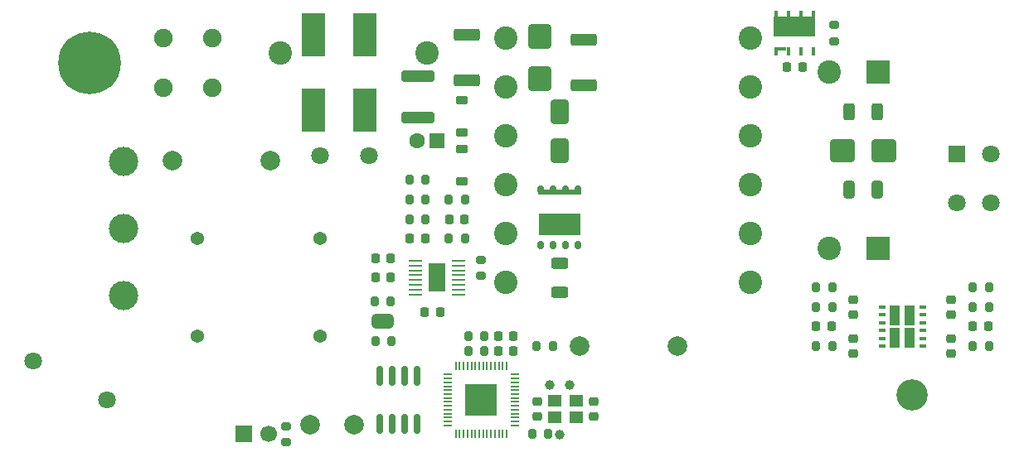
<source format=gbr>
%TF.GenerationSoftware,KiCad,Pcbnew,9.0.0-9.0.0-2~ubuntu24.04.1*%
%TF.CreationDate,2025-04-10T13:45:38-04:00*%
%TF.ProjectId,PSU,5053552e-6b69-4636-9164-5f7063625858,0*%
%TF.SameCoordinates,Original*%
%TF.FileFunction,Soldermask,Bot*%
%TF.FilePolarity,Negative*%
%FSLAX46Y46*%
G04 Gerber Fmt 4.6, Leading zero omitted, Abs format (unit mm)*
G04 Created by KiCad (PCBNEW 9.0.0-9.0.0-2~ubuntu24.04.1) date 2025-04-10 13:45:38*
%MOMM*%
%LPD*%
G01*
G04 APERTURE LIST*
G04 Aperture macros list*
%AMRoundRect*
0 Rectangle with rounded corners*
0 $1 Rounding radius*
0 $2 $3 $4 $5 $6 $7 $8 $9 X,Y pos of 4 corners*
0 Add a 4 corners polygon primitive as box body*
4,1,4,$2,$3,$4,$5,$6,$7,$8,$9,$2,$3,0*
0 Add four circle primitives for the rounded corners*
1,1,$1+$1,$2,$3*
1,1,$1+$1,$4,$5*
1,1,$1+$1,$6,$7*
1,1,$1+$1,$8,$9*
0 Add four rect primitives between the rounded corners*
20,1,$1+$1,$2,$3,$4,$5,0*
20,1,$1+$1,$4,$5,$6,$7,0*
20,1,$1+$1,$6,$7,$8,$9,0*
20,1,$1+$1,$8,$9,$2,$3,0*%
%AMFreePoly0*
4,1,23,0.500000,-0.750000,0.000000,-0.750000,0.000000,-0.745722,-0.065263,-0.745722,-0.191342,-0.711940,-0.304381,-0.646677,-0.396677,-0.554381,-0.461940,-0.441342,-0.495722,-0.315263,-0.495722,-0.250000,-0.500000,-0.250000,-0.500000,0.250000,-0.495722,0.250000,-0.495722,0.315263,-0.461940,0.441342,-0.396677,0.554381,-0.304381,0.646677,-0.191342,0.711940,-0.065263,0.745722,0.000000,0.745722,
0.000000,0.750000,0.500000,0.750000,0.500000,-0.750000,0.500000,-0.750000,$1*%
%AMFreePoly1*
4,1,23,0.000000,0.745722,0.065263,0.745722,0.191342,0.711940,0.304381,0.646677,0.396677,0.554381,0.461940,0.441342,0.495722,0.315263,0.495722,0.250000,0.500000,0.250000,0.500000,-0.250000,0.495722,-0.250000,0.495722,-0.315263,0.461940,-0.441342,0.396677,-0.554381,0.304381,-0.646677,0.191342,-0.711940,0.065263,-0.745722,0.000000,-0.745722,0.000000,-0.750000,-0.500000,-0.750000,
-0.500000,0.750000,0.000000,0.750000,0.000000,0.745722,0.000000,0.745722,$1*%
G04 Aperture macros list end*
%ADD10R,2.400000X2.400000*%
%ADD11C,2.400000*%
%ADD12RoundRect,0.225000X0.250000X-0.225000X0.250000X0.225000X-0.250000X0.225000X-0.250000X-0.225000X0*%
%ADD13C,2.000000*%
%ADD14R,1.700000X1.700000*%
%ADD15C,1.700000*%
%ADD16C,1.371600*%
%ADD17RoundRect,0.225000X-0.225000X-0.250000X0.225000X-0.250000X0.225000X0.250000X-0.225000X0.250000X0*%
%ADD18RoundRect,0.250000X-0.650000X1.000000X-0.650000X-1.000000X0.650000X-1.000000X0.650000X1.000000X0*%
%ADD19RoundRect,0.225000X-0.375000X0.225000X-0.375000X-0.225000X0.375000X-0.225000X0.375000X0.225000X0*%
%ADD20RoundRect,0.250000X-0.625000X0.312500X-0.625000X-0.312500X0.625000X-0.312500X0.625000X0.312500X0*%
%ADD21RoundRect,0.200000X-0.200000X-0.275000X0.200000X-0.275000X0.200000X0.275000X-0.200000X0.275000X0*%
%ADD22RoundRect,0.250000X-1.450000X0.312500X-1.450000X-0.312500X1.450000X-0.312500X1.450000X0.312500X0*%
%ADD23RoundRect,0.150000X-0.150000X0.825000X-0.150000X-0.825000X0.150000X-0.825000X0.150000X0.825000X0*%
%ADD24RoundRect,0.225000X0.225000X0.250000X-0.225000X0.250000X-0.225000X-0.250000X0.225000X-0.250000X0*%
%ADD25R,2.400000X4.400000*%
%ADD26RoundRect,0.250000X0.325000X0.650000X-0.325000X0.650000X-0.325000X-0.650000X0.325000X-0.650000X0*%
%ADD27RoundRect,0.250000X0.312500X0.625000X-0.312500X0.625000X-0.312500X-0.625000X0.312500X-0.625000X0*%
%ADD28RoundRect,0.200000X0.200000X0.275000X-0.200000X0.275000X-0.200000X-0.275000X0.200000X-0.275000X0*%
%ADD29RoundRect,0.050000X-0.050000X0.387500X-0.050000X-0.387500X0.050000X-0.387500X0.050000X0.387500X0*%
%ADD30RoundRect,0.050000X-0.387500X0.050000X-0.387500X-0.050000X0.387500X-0.050000X0.387500X0.050000X0*%
%ADD31R,3.200000X3.200000*%
%ADD32RoundRect,0.200000X0.275000X-0.200000X0.275000X0.200000X-0.275000X0.200000X-0.275000X-0.200000X0*%
%ADD33RoundRect,0.250000X-1.075000X0.362500X-1.075000X-0.362500X1.075000X-0.362500X1.075000X0.362500X0*%
%ADD34R,1.333500X0.279400*%
%ADD35R,1.752600X2.946400*%
%ADD36RoundRect,0.250000X1.000000X0.900000X-1.000000X0.900000X-1.000000X-0.900000X1.000000X-0.900000X0*%
%ADD37R,0.457200X0.889000*%
%ADD38R,0.812800X0.339000*%
%ADD39R,4.267200X2.143998*%
%ADD40RoundRect,0.225000X0.375000X-0.225000X0.375000X0.225000X-0.375000X0.225000X-0.375000X-0.225000X0*%
%ADD41R,1.400000X1.200000*%
%ADD42FreePoly0,180.000000*%
%ADD43FreePoly1,180.000000*%
%ADD44RoundRect,0.152500X0.152500X-0.262500X0.152500X0.262500X-0.152500X0.262500X-0.152500X-0.262500X0*%
%ADD45R,4.420000X0.540000*%
%ADD46R,4.300000X2.200000*%
%ADD47RoundRect,0.250000X0.900000X-1.000000X0.900000X1.000000X-0.900000X1.000000X-0.900000X-1.000000X0*%
%ADD48RoundRect,0.200000X-0.275000X0.200000X-0.275000X-0.200000X0.275000X-0.200000X0.275000X0.200000X0*%
%ADD49C,1.800000*%
%ADD50R,0.650000X0.400000*%
%ADD51R,1.000000X2.100000*%
%ADD52RoundRect,0.225000X-0.250000X0.225000X-0.250000X-0.225000X0.250000X-0.225000X0.250000X0.225000X0*%
%ADD53RoundRect,0.218750X-0.256250X0.218750X-0.256250X-0.218750X0.256250X-0.218750X0.256250X0.218750X0*%
%ADD54RoundRect,0.218750X0.256250X-0.218750X0.256250X0.218750X-0.256250X0.218750X-0.256250X-0.218750X0*%
%ADD55C,3.200000*%
%ADD56C,6.400000*%
%ADD57R,1.600000X1.600000*%
%ADD58C,1.600000*%
%ADD59C,0.990600*%
%ADD60RoundRect,0.218750X-0.218750X-0.256250X0.218750X-0.256250X0.218750X0.256250X-0.218750X0.256250X0*%
%ADD61C,3.000000*%
%ADD62RoundRect,0.218750X0.218750X0.256250X-0.218750X0.256250X-0.218750X-0.256250X0.218750X-0.256250X0*%
%ADD63C,1.905000*%
%ADD64R,1.800000X1.800000*%
G04 APERTURE END LIST*
%TO.C,JP2*%
G36*
X135071168Y-115686498D02*
G01*
X134771168Y-115686498D01*
X134771168Y-117186498D01*
X135071168Y-117186498D01*
X135071168Y-115686498D01*
G37*
%TD*%
D10*
%TO.C,C11*%
X185500000Y-109000000D03*
D11*
X180500000Y-109000000D03*
%TD*%
D12*
%TO.C,C35*%
X156488368Y-126223838D03*
X156488368Y-124673838D03*
%TD*%
D13*
%TO.C,C1*%
X113500000Y-100000000D03*
X123500000Y-100000000D03*
%TD*%
D14*
%TO.C,J4*%
X120725000Y-128000000D03*
D15*
X123265000Y-128000000D03*
%TD*%
D16*
%TO.C,FL1*%
X128500000Y-118000000D03*
X116000000Y-118000000D03*
X116000000Y-108000000D03*
X128500000Y-108000000D03*
%TD*%
D17*
%TO.C,C21*%
X141725000Y-106000000D03*
X143275000Y-106000000D03*
%TD*%
D18*
%TO.C,D4*%
X153000000Y-95000000D03*
X153000000Y-99000000D03*
%TD*%
D17*
%TO.C,C9*%
X137725000Y-108000000D03*
X139275000Y-108000000D03*
%TD*%
D19*
%TO.C,D5*%
X143000000Y-98850000D03*
X143000000Y-102150000D03*
%TD*%
D20*
%TO.C,R8*%
X153000000Y-110537500D03*
X153000000Y-113462500D03*
%TD*%
D21*
%TO.C,R12*%
X195175000Y-113000000D03*
X196825000Y-113000000D03*
%TD*%
D22*
%TO.C,R10*%
X138500000Y-91362500D03*
X138500000Y-95637500D03*
%TD*%
D23*
%TO.C,U9*%
X134595000Y-122025000D03*
X135865000Y-122025000D03*
X137135000Y-122025000D03*
X138405000Y-122025000D03*
X138405000Y-126975000D03*
X137135000Y-126975000D03*
X135865000Y-126975000D03*
X134595000Y-126975000D03*
%TD*%
D21*
%TO.C,R5*%
X141675000Y-104000000D03*
X143325000Y-104000000D03*
%TD*%
D24*
%TO.C,C6*%
X135775000Y-110000000D03*
X134225000Y-110000000D03*
%TD*%
D25*
%TO.C,D1*%
X133100000Y-87150000D03*
X133100000Y-94850000D03*
X127900000Y-94850000D03*
X127900000Y-87150000D03*
%TD*%
D17*
%TO.C,C36*%
X146725000Y-119500000D03*
X148275000Y-119500000D03*
%TD*%
D26*
%TO.C,C23*%
X185475000Y-103000000D03*
X182525000Y-103000000D03*
%TD*%
D21*
%TO.C,R28*%
X150675000Y-119000000D03*
X152325000Y-119000000D03*
%TD*%
D27*
%TO.C,R27*%
X185462500Y-95000000D03*
X182537500Y-95000000D03*
%TD*%
D10*
%TO.C,C10*%
X185500000Y-91000000D03*
D11*
X180500000Y-91000000D03*
%TD*%
%TO.C,T1*%
X147500000Y-87500000D03*
X147500000Y-92500000D03*
X147500000Y-97500000D03*
X147500000Y-102500000D03*
X147500000Y-107500000D03*
X147500000Y-112500000D03*
X172500000Y-112500000D03*
X172500000Y-107500000D03*
X172500000Y-102500000D03*
X172500000Y-97500000D03*
X172500000Y-92500000D03*
X172500000Y-87500000D03*
%TD*%
D28*
%TO.C,R9*%
X180825000Y-119000000D03*
X179175000Y-119000000D03*
%TD*%
D29*
%TO.C,U7*%
X142400000Y-121062500D03*
X142800001Y-121062500D03*
X143200000Y-121062500D03*
X143600000Y-121062500D03*
X144000000Y-121062500D03*
X144399999Y-121062500D03*
X144800000Y-121062500D03*
X145200000Y-121062500D03*
X145600001Y-121062500D03*
X146000000Y-121062500D03*
X146400000Y-121062500D03*
X146800000Y-121062500D03*
X147199999Y-121062500D03*
X147600000Y-121062500D03*
D30*
X148437500Y-121900000D03*
X148437500Y-122300001D03*
X148437500Y-122700000D03*
X148437500Y-123100000D03*
X148437500Y-123500000D03*
X148437500Y-123899999D03*
X148437500Y-124300000D03*
X148437500Y-124700000D03*
X148437500Y-125100001D03*
X148437500Y-125500000D03*
X148437500Y-125900000D03*
X148437500Y-126300000D03*
X148437500Y-126699999D03*
X148437500Y-127100000D03*
D29*
X147600000Y-127937500D03*
X147199999Y-127937500D03*
X146800000Y-127937500D03*
X146400000Y-127937500D03*
X146000000Y-127937500D03*
X145600001Y-127937500D03*
X145200000Y-127937500D03*
X144800000Y-127937500D03*
X144399999Y-127937500D03*
X144000000Y-127937500D03*
X143600000Y-127937500D03*
X143200000Y-127937500D03*
X142800001Y-127937500D03*
X142400000Y-127937500D03*
D30*
X141562500Y-127100000D03*
X141562500Y-126699999D03*
X141562500Y-126300000D03*
X141562500Y-125900000D03*
X141562500Y-125500000D03*
X141562500Y-125100001D03*
X141562500Y-124700000D03*
X141562500Y-124300000D03*
X141562500Y-123899999D03*
X141562500Y-123500000D03*
X141562500Y-123100000D03*
X141562500Y-122700000D03*
X141562500Y-122300001D03*
X141562500Y-121900000D03*
D31*
X145000000Y-124500000D03*
%TD*%
D28*
%TO.C,R23*%
X139325000Y-102000000D03*
X137675000Y-102000000D03*
%TD*%
D32*
%TO.C,R25*%
X145000000Y-111825000D03*
X145000000Y-110175000D03*
%TD*%
D33*
%TO.C,R32*%
X155500000Y-87687500D03*
X155500000Y-92312500D03*
%TD*%
D34*
%TO.C,U1*%
X138283850Y-113751330D03*
X138283850Y-113250950D03*
X138283850Y-112750570D03*
X138283850Y-112250190D03*
X138283850Y-111749810D03*
X138283850Y-111249430D03*
X138283850Y-110749050D03*
X138283850Y-110248670D03*
X142716150Y-110248670D03*
X142716150Y-110749050D03*
X142716150Y-111249430D03*
X142716150Y-111749810D03*
X142716150Y-112250190D03*
X142716150Y-112750570D03*
X142716150Y-113250950D03*
X142716150Y-113751330D03*
D35*
X140500000Y-112000000D03*
%TD*%
D36*
%TO.C,D9*%
X186150000Y-99000000D03*
X181850000Y-99000000D03*
%TD*%
D21*
%TO.C,R36*%
X143675000Y-119500000D03*
X145325000Y-119500000D03*
%TD*%
%TO.C,R37*%
X143675000Y-118000000D03*
X145325000Y-118000000D03*
%TD*%
D17*
%TO.C,C37*%
X146725000Y-118000000D03*
X148275000Y-118000000D03*
%TD*%
%TO.C,C8*%
X139225000Y-115500000D03*
X140775000Y-115500000D03*
%TD*%
D21*
%TO.C,R18*%
X134096168Y-114436498D03*
X135746168Y-114436498D03*
%TD*%
D13*
%TO.C,TP2*%
X132000000Y-127000000D03*
%TD*%
D33*
%TO.C,R1*%
X143500000Y-87187500D03*
X143500000Y-91812500D03*
%TD*%
D37*
%TO.C,U2*%
X178905000Y-88849999D03*
X177635000Y-88849999D03*
X176365000Y-88849999D03*
D38*
X175730000Y-88570000D03*
D37*
X175095000Y-88849999D03*
X175095000Y-85150001D03*
X176365000Y-85150001D03*
X177635000Y-85150001D03*
D39*
X177000000Y-86327502D03*
D37*
X178905000Y-85150001D03*
%TD*%
D21*
%TO.C,R3*%
X141675000Y-108000000D03*
X143325000Y-108000000D03*
%TD*%
%TO.C,R4*%
X137675000Y-106000000D03*
X139325000Y-106000000D03*
%TD*%
D40*
%TO.C,D8*%
X143000000Y-97150000D03*
X143000000Y-93850000D03*
%TD*%
D41*
%TO.C,Y1*%
X152500000Y-124598838D03*
X154700000Y-124598838D03*
X154700000Y-126298838D03*
X152500000Y-126298838D03*
%TD*%
D42*
%TO.C,JP2*%
X135571168Y-116436498D03*
D43*
X134271168Y-116436498D03*
%TD*%
D17*
%TO.C,C4*%
X176225000Y-90500000D03*
X177775000Y-90500000D03*
%TD*%
D28*
%TO.C,R29*%
X151825000Y-128000000D03*
X150175000Y-128000000D03*
%TD*%
D24*
%TO.C,C7*%
X135775000Y-112000000D03*
X134225000Y-112000000D03*
%TD*%
D44*
%TO.C,Q1*%
X154905000Y-108690000D03*
X153640000Y-108690000D03*
X152370000Y-108690000D03*
X151100000Y-108690000D03*
X151095000Y-103010000D03*
X152365000Y-103010000D03*
X153635000Y-103010000D03*
D45*
X153000000Y-103280000D03*
D44*
X154905000Y-103010000D03*
D46*
X153000000Y-106550000D03*
%TD*%
D28*
%TO.C,R6*%
X180825000Y-113000000D03*
X179175000Y-113000000D03*
%TD*%
D13*
%TO.C,TP1*%
X127500000Y-127000000D03*
%TD*%
D21*
%TO.C,R26*%
X134175000Y-118500000D03*
X135825000Y-118500000D03*
%TD*%
D47*
%TO.C,D3*%
X151000000Y-91650000D03*
X151000000Y-87350000D03*
%TD*%
D21*
%TO.C,R7*%
X137675000Y-104000000D03*
X139325000Y-104000000D03*
%TD*%
D48*
%TO.C,R2*%
X181000000Y-86175000D03*
X181000000Y-87825000D03*
%TD*%
%TO.C,R38*%
X125045000Y-127175000D03*
X125045000Y-128825000D03*
%TD*%
D49*
%TO.C,RV1*%
X106750000Y-124500000D03*
X99250000Y-120500000D03*
%TD*%
D50*
%TO.C,U4*%
X185925000Y-119000000D03*
X185925000Y-118200000D03*
X185925000Y-117400000D03*
X185925000Y-116600000D03*
X185925000Y-115800000D03*
X185925000Y-115000000D03*
X190075000Y-115000000D03*
X190075000Y-115800000D03*
X190075000Y-116600000D03*
X190075000Y-117400000D03*
X190075000Y-118200000D03*
X190075000Y-119000000D03*
D51*
X187250000Y-118175000D03*
X187250000Y-115825000D03*
X188750000Y-115825000D03*
X188750000Y-118175000D03*
%TD*%
D28*
%TO.C,R14*%
X196825000Y-115000000D03*
X195175000Y-115000000D03*
%TD*%
D13*
%TO.C,C20*%
X155000000Y-119000000D03*
X165000000Y-119000000D03*
%TD*%
D52*
%TO.C,C26*%
X150700000Y-124673838D03*
X150700000Y-126223838D03*
%TD*%
D49*
%TO.C,L1*%
X133500000Y-99500000D03*
X128500000Y-99500000D03*
%TD*%
D53*
%TO.C,D11*%
X193000000Y-114212500D03*
X193000000Y-115787500D03*
%TD*%
D54*
%TO.C,D6*%
X183000000Y-119787500D03*
X183000000Y-118212500D03*
%TD*%
D53*
%TO.C,D7*%
X183000000Y-114212500D03*
X183000000Y-115787500D03*
%TD*%
D21*
%TO.C,R11*%
X179175000Y-115000000D03*
X180825000Y-115000000D03*
%TD*%
D55*
%TO.C,H2*%
X189000000Y-124000000D03*
%TD*%
D56*
%TO.C,H1*%
X105000000Y-90000000D03*
%TD*%
D57*
%TO.C,C3*%
X140455113Y-98000000D03*
D58*
X138455113Y-98000000D03*
%TD*%
D59*
%TO.C,J3*%
X153000000Y-128040000D03*
X151984000Y-122960000D03*
X154016000Y-122960000D03*
%TD*%
D21*
%TO.C,R13*%
X195175000Y-119000000D03*
X196825000Y-119000000D03*
%TD*%
D60*
%TO.C,D12*%
X179212500Y-117000000D03*
X180787500Y-117000000D03*
%TD*%
D11*
%TO.C,C2*%
X139500000Y-89000000D03*
X124500000Y-89000000D03*
%TD*%
D54*
%TO.C,D10*%
X193000000Y-119787500D03*
X193000000Y-118212500D03*
%TD*%
D61*
%TO.C,J1*%
X108500000Y-100150000D03*
X108500000Y-113850000D03*
X108500000Y-107000000D03*
%TD*%
D62*
%TO.C,D13*%
X196787500Y-117000000D03*
X195212500Y-117000000D03*
%TD*%
D63*
%TO.C,J8*%
X117500000Y-92540000D03*
X117500000Y-87460000D03*
%TD*%
D64*
%TO.C,J6*%
X193575000Y-99350000D03*
D49*
X193575000Y-104350000D03*
X197075000Y-99350000D03*
X197075000Y-104350000D03*
%TD*%
D63*
%TO.C,J7*%
X112500000Y-92540000D03*
X112500000Y-87460000D03*
%TD*%
M02*

</source>
